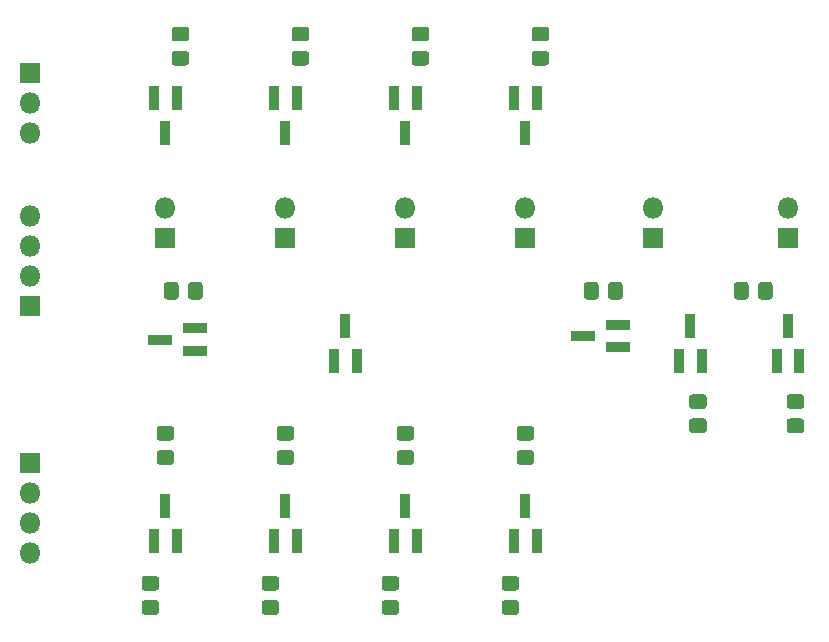
<source format=gbr>
%TF.GenerationSoftware,KiCad,Pcbnew,(5.1.6)-1*%
%TF.CreationDate,2021-04-07T17:42:24+02:00*%
%TF.ProjectId,constant_current,636f6e73-7461-46e7-945f-63757272656e,rev?*%
%TF.SameCoordinates,Original*%
%TF.FileFunction,Soldermask,Top*%
%TF.FilePolarity,Negative*%
%FSLAX46Y46*%
G04 Gerber Fmt 4.6, Leading zero omitted, Abs format (unit mm)*
G04 Created by KiCad (PCBNEW (5.1.6)-1) date 2021-04-07 17:42:24*
%MOMM*%
%LPD*%
G01*
G04 APERTURE LIST*
%ADD10R,1.800000X1.800000*%
%ADD11O,1.800000X1.800000*%
%ADD12R,0.900000X2.000000*%
%ADD13R,2.000000X0.900000*%
G04 APERTURE END LIST*
D10*
%TO.C,J1*%
X38100000Y-30480000D03*
D11*
X38100000Y-33020000D03*
X38100000Y-35560000D03*
%TD*%
%TO.C,LED*%
X90805000Y-41910000D03*
D10*
X90805000Y-44450000D03*
%TD*%
%TO.C,LED*%
X102235000Y-44450000D03*
D11*
X102235000Y-41910000D03*
%TD*%
D10*
%TO.C,J4*%
X38100000Y-50165000D03*
D11*
X38100000Y-47625000D03*
X38100000Y-45085000D03*
X38100000Y-42545000D03*
%TD*%
%TO.C,J5*%
X38100000Y-71120000D03*
X38100000Y-68580000D03*
X38100000Y-66040000D03*
D10*
X38100000Y-63500000D03*
%TD*%
D11*
%TO.C,LED A*%
X49530000Y-41910000D03*
D10*
X49530000Y-44450000D03*
%TD*%
%TO.C,LED B*%
X59690000Y-44450000D03*
D11*
X59690000Y-41910000D03*
%TD*%
%TO.C,LED C*%
X69850000Y-41910000D03*
D10*
X69850000Y-44450000D03*
%TD*%
%TO.C,LED D*%
X80010000Y-44450000D03*
D11*
X80010000Y-41910000D03*
%TD*%
D12*
%TO.C,Q1*%
X93030000Y-54840000D03*
X94930000Y-54840000D03*
X93980000Y-51840000D03*
%TD*%
%TO.C,Q2*%
X101285000Y-54840000D03*
X103185000Y-54840000D03*
X102235000Y-51840000D03*
%TD*%
%TO.C,Q3*%
X48580000Y-70080000D03*
X50480000Y-70080000D03*
X49530000Y-67080000D03*
%TD*%
%TO.C,Q4*%
X49530000Y-35560000D03*
X48580000Y-32560000D03*
X50480000Y-32560000D03*
%TD*%
%TO.C,Q5*%
X58740000Y-70080000D03*
X60640000Y-70080000D03*
X59690000Y-67080000D03*
%TD*%
%TO.C,Q6*%
X59690000Y-35560000D03*
X58740000Y-32560000D03*
X60640000Y-32560000D03*
%TD*%
%TO.C,Q7*%
X63820000Y-54840000D03*
X65720000Y-54840000D03*
X64770000Y-51840000D03*
%TD*%
%TO.C,Q8*%
X69850000Y-67080000D03*
X70800000Y-70080000D03*
X68900000Y-70080000D03*
%TD*%
%TO.C,Q9*%
X70800000Y-32560000D03*
X68900000Y-32560000D03*
X69850000Y-35560000D03*
%TD*%
%TO.C,Q10*%
X79060000Y-70080000D03*
X80960000Y-70080000D03*
X80010000Y-67080000D03*
%TD*%
%TO.C,Q11*%
X80010000Y-35560000D03*
X79060000Y-32560000D03*
X80960000Y-32560000D03*
%TD*%
%TO.C,R1*%
G36*
G01*
X87005000Y-49373262D02*
X87005000Y-48416738D01*
G75*
G02*
X87276738Y-48145000I271738J0D01*
G01*
X87983262Y-48145000D01*
G75*
G02*
X88255000Y-48416738I0J-271738D01*
G01*
X88255000Y-49373262D01*
G75*
G02*
X87983262Y-49645000I-271738J0D01*
G01*
X87276738Y-49645000D01*
G75*
G02*
X87005000Y-49373262I0J271738D01*
G01*
G37*
G36*
G01*
X84955000Y-49373262D02*
X84955000Y-48416738D01*
G75*
G02*
X85226738Y-48145000I271738J0D01*
G01*
X85933262Y-48145000D01*
G75*
G02*
X86205000Y-48416738I0J-271738D01*
G01*
X86205000Y-49373262D01*
G75*
G02*
X85933262Y-49645000I-271738J0D01*
G01*
X85226738Y-49645000D01*
G75*
G02*
X84955000Y-49373262I0J271738D01*
G01*
G37*
%TD*%
%TO.C,R2*%
G36*
G01*
X97655000Y-49373262D02*
X97655000Y-48416738D01*
G75*
G02*
X97926738Y-48145000I271738J0D01*
G01*
X98633262Y-48145000D01*
G75*
G02*
X98905000Y-48416738I0J-271738D01*
G01*
X98905000Y-49373262D01*
G75*
G02*
X98633262Y-49645000I-271738J0D01*
G01*
X97926738Y-49645000D01*
G75*
G02*
X97655000Y-49373262I0J271738D01*
G01*
G37*
G36*
G01*
X99705000Y-49373262D02*
X99705000Y-48416738D01*
G75*
G02*
X99976738Y-48145000I271738J0D01*
G01*
X100683262Y-48145000D01*
G75*
G02*
X100955000Y-48416738I0J-271738D01*
G01*
X100955000Y-49373262D01*
G75*
G02*
X100683262Y-49645000I-271738J0D01*
G01*
X99976738Y-49645000D01*
G75*
G02*
X99705000Y-49373262I0J271738D01*
G01*
G37*
%TD*%
%TO.C,R3*%
G36*
G01*
X94136738Y-57650000D02*
X95093262Y-57650000D01*
G75*
G02*
X95365000Y-57921738I0J-271738D01*
G01*
X95365000Y-58628262D01*
G75*
G02*
X95093262Y-58900000I-271738J0D01*
G01*
X94136738Y-58900000D01*
G75*
G02*
X93865000Y-58628262I0J271738D01*
G01*
X93865000Y-57921738D01*
G75*
G02*
X94136738Y-57650000I271738J0D01*
G01*
G37*
G36*
G01*
X94136738Y-59700000D02*
X95093262Y-59700000D01*
G75*
G02*
X95365000Y-59971738I0J-271738D01*
G01*
X95365000Y-60678262D01*
G75*
G02*
X95093262Y-60950000I-271738J0D01*
G01*
X94136738Y-60950000D01*
G75*
G02*
X93865000Y-60678262I0J271738D01*
G01*
X93865000Y-59971738D01*
G75*
G02*
X94136738Y-59700000I271738J0D01*
G01*
G37*
%TD*%
%TO.C,R4*%
G36*
G01*
X102391738Y-59700000D02*
X103348262Y-59700000D01*
G75*
G02*
X103620000Y-59971738I0J-271738D01*
G01*
X103620000Y-60678262D01*
G75*
G02*
X103348262Y-60950000I-271738J0D01*
G01*
X102391738Y-60950000D01*
G75*
G02*
X102120000Y-60678262I0J271738D01*
G01*
X102120000Y-59971738D01*
G75*
G02*
X102391738Y-59700000I271738J0D01*
G01*
G37*
G36*
G01*
X102391738Y-57650000D02*
X103348262Y-57650000D01*
G75*
G02*
X103620000Y-57921738I0J-271738D01*
G01*
X103620000Y-58628262D01*
G75*
G02*
X103348262Y-58900000I-271738J0D01*
G01*
X102391738Y-58900000D01*
G75*
G02*
X102120000Y-58628262I0J271738D01*
G01*
X102120000Y-57921738D01*
G75*
G02*
X102391738Y-57650000I271738J0D01*
G01*
G37*
%TD*%
%TO.C,R5*%
G36*
G01*
X49395000Y-49373262D02*
X49395000Y-48416738D01*
G75*
G02*
X49666738Y-48145000I271738J0D01*
G01*
X50373262Y-48145000D01*
G75*
G02*
X50645000Y-48416738I0J-271738D01*
G01*
X50645000Y-49373262D01*
G75*
G02*
X50373262Y-49645000I-271738J0D01*
G01*
X49666738Y-49645000D01*
G75*
G02*
X49395000Y-49373262I0J271738D01*
G01*
G37*
G36*
G01*
X51445000Y-49373262D02*
X51445000Y-48416738D01*
G75*
G02*
X51716738Y-48145000I271738J0D01*
G01*
X52423262Y-48145000D01*
G75*
G02*
X52695000Y-48416738I0J-271738D01*
G01*
X52695000Y-49373262D01*
G75*
G02*
X52423262Y-49645000I-271738J0D01*
G01*
X51716738Y-49645000D01*
G75*
G02*
X51445000Y-49373262I0J271738D01*
G01*
G37*
%TD*%
%TO.C,R6*%
G36*
G01*
X47781738Y-75085000D02*
X48738262Y-75085000D01*
G75*
G02*
X49010000Y-75356738I0J-271738D01*
G01*
X49010000Y-76063262D01*
G75*
G02*
X48738262Y-76335000I-271738J0D01*
G01*
X47781738Y-76335000D01*
G75*
G02*
X47510000Y-76063262I0J271738D01*
G01*
X47510000Y-75356738D01*
G75*
G02*
X47781738Y-75085000I271738J0D01*
G01*
G37*
G36*
G01*
X47781738Y-73035000D02*
X48738262Y-73035000D01*
G75*
G02*
X49010000Y-73306738I0J-271738D01*
G01*
X49010000Y-74013262D01*
G75*
G02*
X48738262Y-74285000I-271738J0D01*
G01*
X47781738Y-74285000D01*
G75*
G02*
X47510000Y-74013262I0J271738D01*
G01*
X47510000Y-73306738D01*
G75*
G02*
X47781738Y-73035000I271738J0D01*
G01*
G37*
%TD*%
%TO.C,R7*%
G36*
G01*
X49051738Y-60335000D02*
X50008262Y-60335000D01*
G75*
G02*
X50280000Y-60606738I0J-271738D01*
G01*
X50280000Y-61313262D01*
G75*
G02*
X50008262Y-61585000I-271738J0D01*
G01*
X49051738Y-61585000D01*
G75*
G02*
X48780000Y-61313262I0J271738D01*
G01*
X48780000Y-60606738D01*
G75*
G02*
X49051738Y-60335000I271738J0D01*
G01*
G37*
G36*
G01*
X49051738Y-62385000D02*
X50008262Y-62385000D01*
G75*
G02*
X50280000Y-62656738I0J-271738D01*
G01*
X50280000Y-63363262D01*
G75*
G02*
X50008262Y-63635000I-271738J0D01*
G01*
X49051738Y-63635000D01*
G75*
G02*
X48780000Y-63363262I0J271738D01*
G01*
X48780000Y-62656738D01*
G75*
G02*
X49051738Y-62385000I271738J0D01*
G01*
G37*
%TD*%
%TO.C,R8*%
G36*
G01*
X51278262Y-29835000D02*
X50321738Y-29835000D01*
G75*
G02*
X50050000Y-29563262I0J271738D01*
G01*
X50050000Y-28856738D01*
G75*
G02*
X50321738Y-28585000I271738J0D01*
G01*
X51278262Y-28585000D01*
G75*
G02*
X51550000Y-28856738I0J-271738D01*
G01*
X51550000Y-29563262D01*
G75*
G02*
X51278262Y-29835000I-271738J0D01*
G01*
G37*
G36*
G01*
X51278262Y-27785000D02*
X50321738Y-27785000D01*
G75*
G02*
X50050000Y-27513262I0J271738D01*
G01*
X50050000Y-26806738D01*
G75*
G02*
X50321738Y-26535000I271738J0D01*
G01*
X51278262Y-26535000D01*
G75*
G02*
X51550000Y-26806738I0J-271738D01*
G01*
X51550000Y-27513262D01*
G75*
G02*
X51278262Y-27785000I-271738J0D01*
G01*
G37*
%TD*%
%TO.C,R9*%
G36*
G01*
X57941738Y-75085000D02*
X58898262Y-75085000D01*
G75*
G02*
X59170000Y-75356738I0J-271738D01*
G01*
X59170000Y-76063262D01*
G75*
G02*
X58898262Y-76335000I-271738J0D01*
G01*
X57941738Y-76335000D01*
G75*
G02*
X57670000Y-76063262I0J271738D01*
G01*
X57670000Y-75356738D01*
G75*
G02*
X57941738Y-75085000I271738J0D01*
G01*
G37*
G36*
G01*
X57941738Y-73035000D02*
X58898262Y-73035000D01*
G75*
G02*
X59170000Y-73306738I0J-271738D01*
G01*
X59170000Y-74013262D01*
G75*
G02*
X58898262Y-74285000I-271738J0D01*
G01*
X57941738Y-74285000D01*
G75*
G02*
X57670000Y-74013262I0J271738D01*
G01*
X57670000Y-73306738D01*
G75*
G02*
X57941738Y-73035000I271738J0D01*
G01*
G37*
%TD*%
%TO.C,R10*%
G36*
G01*
X59211738Y-60335000D02*
X60168262Y-60335000D01*
G75*
G02*
X60440000Y-60606738I0J-271738D01*
G01*
X60440000Y-61313262D01*
G75*
G02*
X60168262Y-61585000I-271738J0D01*
G01*
X59211738Y-61585000D01*
G75*
G02*
X58940000Y-61313262I0J271738D01*
G01*
X58940000Y-60606738D01*
G75*
G02*
X59211738Y-60335000I271738J0D01*
G01*
G37*
G36*
G01*
X59211738Y-62385000D02*
X60168262Y-62385000D01*
G75*
G02*
X60440000Y-62656738I0J-271738D01*
G01*
X60440000Y-63363262D01*
G75*
G02*
X60168262Y-63635000I-271738J0D01*
G01*
X59211738Y-63635000D01*
G75*
G02*
X58940000Y-63363262I0J271738D01*
G01*
X58940000Y-62656738D01*
G75*
G02*
X59211738Y-62385000I271738J0D01*
G01*
G37*
%TD*%
%TO.C,R11*%
G36*
G01*
X61438262Y-27785000D02*
X60481738Y-27785000D01*
G75*
G02*
X60210000Y-27513262I0J271738D01*
G01*
X60210000Y-26806738D01*
G75*
G02*
X60481738Y-26535000I271738J0D01*
G01*
X61438262Y-26535000D01*
G75*
G02*
X61710000Y-26806738I0J-271738D01*
G01*
X61710000Y-27513262D01*
G75*
G02*
X61438262Y-27785000I-271738J0D01*
G01*
G37*
G36*
G01*
X61438262Y-29835000D02*
X60481738Y-29835000D01*
G75*
G02*
X60210000Y-29563262I0J271738D01*
G01*
X60210000Y-28856738D01*
G75*
G02*
X60481738Y-28585000I271738J0D01*
G01*
X61438262Y-28585000D01*
G75*
G02*
X61710000Y-28856738I0J-271738D01*
G01*
X61710000Y-29563262D01*
G75*
G02*
X61438262Y-29835000I-271738J0D01*
G01*
G37*
%TD*%
%TO.C,R12*%
G36*
G01*
X68101738Y-73035000D02*
X69058262Y-73035000D01*
G75*
G02*
X69330000Y-73306738I0J-271738D01*
G01*
X69330000Y-74013262D01*
G75*
G02*
X69058262Y-74285000I-271738J0D01*
G01*
X68101738Y-74285000D01*
G75*
G02*
X67830000Y-74013262I0J271738D01*
G01*
X67830000Y-73306738D01*
G75*
G02*
X68101738Y-73035000I271738J0D01*
G01*
G37*
G36*
G01*
X68101738Y-75085000D02*
X69058262Y-75085000D01*
G75*
G02*
X69330000Y-75356738I0J-271738D01*
G01*
X69330000Y-76063262D01*
G75*
G02*
X69058262Y-76335000I-271738J0D01*
G01*
X68101738Y-76335000D01*
G75*
G02*
X67830000Y-76063262I0J271738D01*
G01*
X67830000Y-75356738D01*
G75*
G02*
X68101738Y-75085000I271738J0D01*
G01*
G37*
%TD*%
%TO.C,R13*%
G36*
G01*
X69371738Y-62385000D02*
X70328262Y-62385000D01*
G75*
G02*
X70600000Y-62656738I0J-271738D01*
G01*
X70600000Y-63363262D01*
G75*
G02*
X70328262Y-63635000I-271738J0D01*
G01*
X69371738Y-63635000D01*
G75*
G02*
X69100000Y-63363262I0J271738D01*
G01*
X69100000Y-62656738D01*
G75*
G02*
X69371738Y-62385000I271738J0D01*
G01*
G37*
G36*
G01*
X69371738Y-60335000D02*
X70328262Y-60335000D01*
G75*
G02*
X70600000Y-60606738I0J-271738D01*
G01*
X70600000Y-61313262D01*
G75*
G02*
X70328262Y-61585000I-271738J0D01*
G01*
X69371738Y-61585000D01*
G75*
G02*
X69100000Y-61313262I0J271738D01*
G01*
X69100000Y-60606738D01*
G75*
G02*
X69371738Y-60335000I271738J0D01*
G01*
G37*
%TD*%
%TO.C,R14*%
G36*
G01*
X71598262Y-29835000D02*
X70641738Y-29835000D01*
G75*
G02*
X70370000Y-29563262I0J271738D01*
G01*
X70370000Y-28856738D01*
G75*
G02*
X70641738Y-28585000I271738J0D01*
G01*
X71598262Y-28585000D01*
G75*
G02*
X71870000Y-28856738I0J-271738D01*
G01*
X71870000Y-29563262D01*
G75*
G02*
X71598262Y-29835000I-271738J0D01*
G01*
G37*
G36*
G01*
X71598262Y-27785000D02*
X70641738Y-27785000D01*
G75*
G02*
X70370000Y-27513262I0J271738D01*
G01*
X70370000Y-26806738D01*
G75*
G02*
X70641738Y-26535000I271738J0D01*
G01*
X71598262Y-26535000D01*
G75*
G02*
X71870000Y-26806738I0J-271738D01*
G01*
X71870000Y-27513262D01*
G75*
G02*
X71598262Y-27785000I-271738J0D01*
G01*
G37*
%TD*%
%TO.C,R15*%
G36*
G01*
X78261738Y-75085000D02*
X79218262Y-75085000D01*
G75*
G02*
X79490000Y-75356738I0J-271738D01*
G01*
X79490000Y-76063262D01*
G75*
G02*
X79218262Y-76335000I-271738J0D01*
G01*
X78261738Y-76335000D01*
G75*
G02*
X77990000Y-76063262I0J271738D01*
G01*
X77990000Y-75356738D01*
G75*
G02*
X78261738Y-75085000I271738J0D01*
G01*
G37*
G36*
G01*
X78261738Y-73035000D02*
X79218262Y-73035000D01*
G75*
G02*
X79490000Y-73306738I0J-271738D01*
G01*
X79490000Y-74013262D01*
G75*
G02*
X79218262Y-74285000I-271738J0D01*
G01*
X78261738Y-74285000D01*
G75*
G02*
X77990000Y-74013262I0J271738D01*
G01*
X77990000Y-73306738D01*
G75*
G02*
X78261738Y-73035000I271738J0D01*
G01*
G37*
%TD*%
%TO.C,R16*%
G36*
G01*
X79531738Y-60335000D02*
X80488262Y-60335000D01*
G75*
G02*
X80760000Y-60606738I0J-271738D01*
G01*
X80760000Y-61313262D01*
G75*
G02*
X80488262Y-61585000I-271738J0D01*
G01*
X79531738Y-61585000D01*
G75*
G02*
X79260000Y-61313262I0J271738D01*
G01*
X79260000Y-60606738D01*
G75*
G02*
X79531738Y-60335000I271738J0D01*
G01*
G37*
G36*
G01*
X79531738Y-62385000D02*
X80488262Y-62385000D01*
G75*
G02*
X80760000Y-62656738I0J-271738D01*
G01*
X80760000Y-63363262D01*
G75*
G02*
X80488262Y-63635000I-271738J0D01*
G01*
X79531738Y-63635000D01*
G75*
G02*
X79260000Y-63363262I0J271738D01*
G01*
X79260000Y-62656738D01*
G75*
G02*
X79531738Y-62385000I271738J0D01*
G01*
G37*
%TD*%
%TO.C,R17*%
G36*
G01*
X81758262Y-27785000D02*
X80801738Y-27785000D01*
G75*
G02*
X80530000Y-27513262I0J271738D01*
G01*
X80530000Y-26806738D01*
G75*
G02*
X80801738Y-26535000I271738J0D01*
G01*
X81758262Y-26535000D01*
G75*
G02*
X82030000Y-26806738I0J-271738D01*
G01*
X82030000Y-27513262D01*
G75*
G02*
X81758262Y-27785000I-271738J0D01*
G01*
G37*
G36*
G01*
X81758262Y-29835000D02*
X80801738Y-29835000D01*
G75*
G02*
X80530000Y-29563262I0J271738D01*
G01*
X80530000Y-28856738D01*
G75*
G02*
X80801738Y-28585000I271738J0D01*
G01*
X81758262Y-28585000D01*
G75*
G02*
X82030000Y-28856738I0J-271738D01*
G01*
X82030000Y-29563262D01*
G75*
G02*
X81758262Y-29835000I-271738J0D01*
G01*
G37*
%TD*%
D13*
%TO.C,U1*%
X84860000Y-52705000D03*
X87860000Y-51755000D03*
X87860000Y-53655000D03*
%TD*%
%TO.C,U2*%
X49070000Y-53020000D03*
X52070000Y-52070000D03*
X52070000Y-53970000D03*
%TD*%
M02*

</source>
